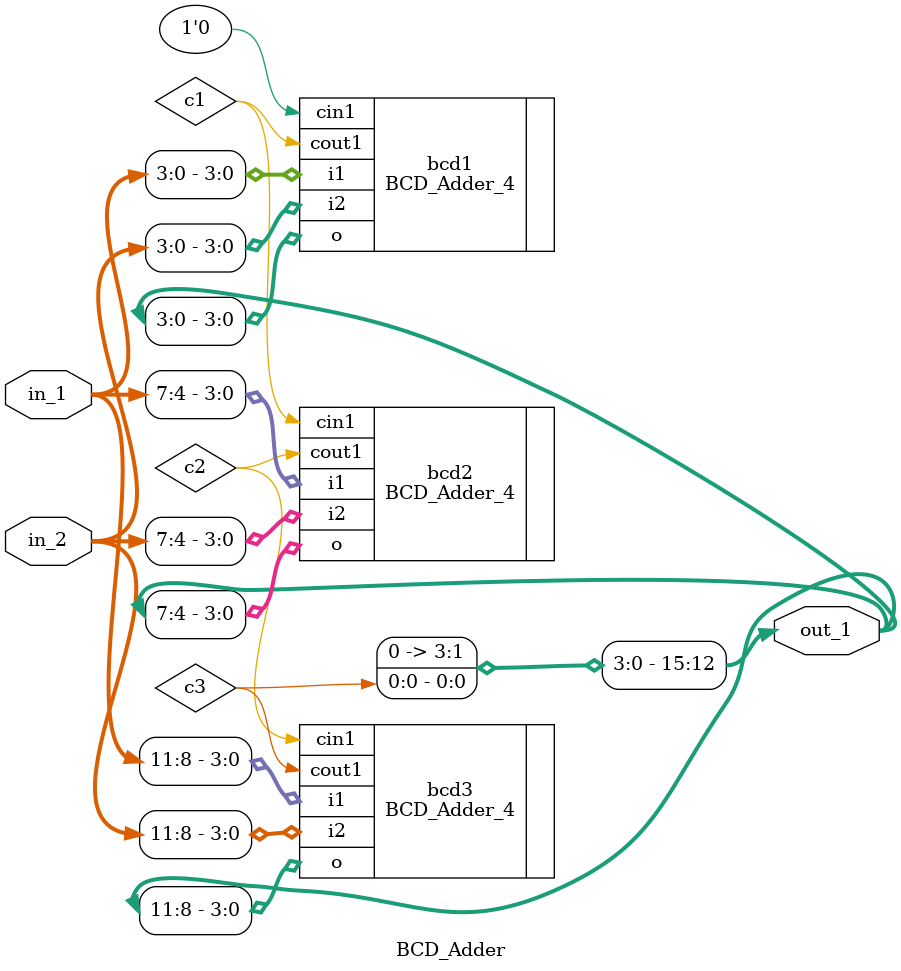
<source format=v>

module BCD_Adder(
      	   input [11:0] in_1,in_2,
      	   output [15:0] out_1
      	   );
      	   
 
 wire c1,c2,c3;
 

 
 BCD_Adder_4 bcd1(
                .i1(in_1 [3:0]),
                .i2(in_2 [3:0]),
                .o(out_1 [3:0]),
                .cin1(1'b0),
                .cout1(c1)
                );
                
 BCD_Adder_4 bcd2(
                .i1(in_1 [7:4]),
                .i2(in_2 [7:4]),
                .o(out_1 [7:4]),
                .cin1(c1),
                .cout1(c2)
                );
                       
 BCD_Adder_4 bcd3(
                .i1(in_1 [11:8]),
                .i2(in_2 [11:8]),
                .o(out_1 [11:8]),
                .cin1(c2),
                .cout1(c3)
                ); 
                
                
                             
 assign out_1[15:12] = c3;
         

endmodule
</source>
